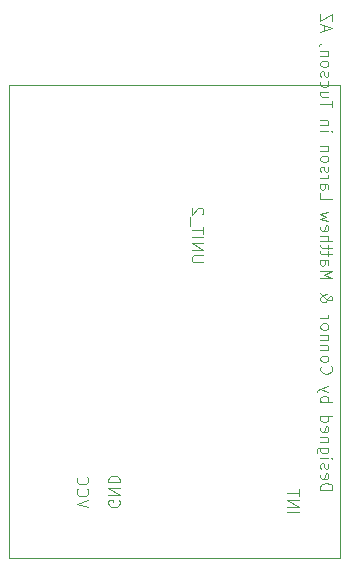
<source format=gbr>
%TF.GenerationSoftware,KiCad,Pcbnew,8.0.6*%
%TF.CreationDate,2025-02-26T18:57:19-07:00*%
%TF.ProjectId,Temperature Sensor,54656d70-6572-4617-9475-72652053656e,rev?*%
%TF.SameCoordinates,Original*%
%TF.FileFunction,Legend,Bot*%
%TF.FilePolarity,Positive*%
%FSLAX46Y46*%
G04 Gerber Fmt 4.6, Leading zero omitted, Abs format (unit mm)*
G04 Created by KiCad (PCBNEW 8.0.6) date 2025-02-26 18:57:19*
%MOMM*%
%LPD*%
G01*
G04 APERTURE LIST*
%ADD10C,0.100000*%
G04 APERTURE END LIST*
D10*
X156827580Y-116596115D02*
X157827580Y-116596115D01*
X157827580Y-116596115D02*
X157827580Y-116358020D01*
X157827580Y-116358020D02*
X157779961Y-116215163D01*
X157779961Y-116215163D02*
X157684723Y-116119925D01*
X157684723Y-116119925D02*
X157589485Y-116072306D01*
X157589485Y-116072306D02*
X157399009Y-116024687D01*
X157399009Y-116024687D02*
X157256152Y-116024687D01*
X157256152Y-116024687D02*
X157065676Y-116072306D01*
X157065676Y-116072306D02*
X156970438Y-116119925D01*
X156970438Y-116119925D02*
X156875200Y-116215163D01*
X156875200Y-116215163D02*
X156827580Y-116358020D01*
X156827580Y-116358020D02*
X156827580Y-116596115D01*
X156875200Y-115215163D02*
X156827580Y-115310401D01*
X156827580Y-115310401D02*
X156827580Y-115500877D01*
X156827580Y-115500877D02*
X156875200Y-115596115D01*
X156875200Y-115596115D02*
X156970438Y-115643734D01*
X156970438Y-115643734D02*
X157351390Y-115643734D01*
X157351390Y-115643734D02*
X157446628Y-115596115D01*
X157446628Y-115596115D02*
X157494247Y-115500877D01*
X157494247Y-115500877D02*
X157494247Y-115310401D01*
X157494247Y-115310401D02*
X157446628Y-115215163D01*
X157446628Y-115215163D02*
X157351390Y-115167544D01*
X157351390Y-115167544D02*
X157256152Y-115167544D01*
X157256152Y-115167544D02*
X157160914Y-115643734D01*
X156875200Y-114786591D02*
X156827580Y-114691353D01*
X156827580Y-114691353D02*
X156827580Y-114500877D01*
X156827580Y-114500877D02*
X156875200Y-114405639D01*
X156875200Y-114405639D02*
X156970438Y-114358020D01*
X156970438Y-114358020D02*
X157018057Y-114358020D01*
X157018057Y-114358020D02*
X157113295Y-114405639D01*
X157113295Y-114405639D02*
X157160914Y-114500877D01*
X157160914Y-114500877D02*
X157160914Y-114643734D01*
X157160914Y-114643734D02*
X157208533Y-114738972D01*
X157208533Y-114738972D02*
X157303771Y-114786591D01*
X157303771Y-114786591D02*
X157351390Y-114786591D01*
X157351390Y-114786591D02*
X157446628Y-114738972D01*
X157446628Y-114738972D02*
X157494247Y-114643734D01*
X157494247Y-114643734D02*
X157494247Y-114500877D01*
X157494247Y-114500877D02*
X157446628Y-114405639D01*
X156827580Y-113929448D02*
X157494247Y-113929448D01*
X157827580Y-113929448D02*
X157779961Y-113977067D01*
X157779961Y-113977067D02*
X157732342Y-113929448D01*
X157732342Y-113929448D02*
X157779961Y-113881829D01*
X157779961Y-113881829D02*
X157827580Y-113929448D01*
X157827580Y-113929448D02*
X157732342Y-113929448D01*
X157494247Y-113024687D02*
X156684723Y-113024687D01*
X156684723Y-113024687D02*
X156589485Y-113072306D01*
X156589485Y-113072306D02*
X156541866Y-113119925D01*
X156541866Y-113119925D02*
X156494247Y-113215163D01*
X156494247Y-113215163D02*
X156494247Y-113358020D01*
X156494247Y-113358020D02*
X156541866Y-113453258D01*
X156875200Y-113024687D02*
X156827580Y-113119925D01*
X156827580Y-113119925D02*
X156827580Y-113310401D01*
X156827580Y-113310401D02*
X156875200Y-113405639D01*
X156875200Y-113405639D02*
X156922819Y-113453258D01*
X156922819Y-113453258D02*
X157018057Y-113500877D01*
X157018057Y-113500877D02*
X157303771Y-113500877D01*
X157303771Y-113500877D02*
X157399009Y-113453258D01*
X157399009Y-113453258D02*
X157446628Y-113405639D01*
X157446628Y-113405639D02*
X157494247Y-113310401D01*
X157494247Y-113310401D02*
X157494247Y-113119925D01*
X157494247Y-113119925D02*
X157446628Y-113024687D01*
X157494247Y-112548496D02*
X156827580Y-112548496D01*
X157399009Y-112548496D02*
X157446628Y-112500877D01*
X157446628Y-112500877D02*
X157494247Y-112405639D01*
X157494247Y-112405639D02*
X157494247Y-112262782D01*
X157494247Y-112262782D02*
X157446628Y-112167544D01*
X157446628Y-112167544D02*
X157351390Y-112119925D01*
X157351390Y-112119925D02*
X156827580Y-112119925D01*
X156875200Y-111262782D02*
X156827580Y-111358020D01*
X156827580Y-111358020D02*
X156827580Y-111548496D01*
X156827580Y-111548496D02*
X156875200Y-111643734D01*
X156875200Y-111643734D02*
X156970438Y-111691353D01*
X156970438Y-111691353D02*
X157351390Y-111691353D01*
X157351390Y-111691353D02*
X157446628Y-111643734D01*
X157446628Y-111643734D02*
X157494247Y-111548496D01*
X157494247Y-111548496D02*
X157494247Y-111358020D01*
X157494247Y-111358020D02*
X157446628Y-111262782D01*
X157446628Y-111262782D02*
X157351390Y-111215163D01*
X157351390Y-111215163D02*
X157256152Y-111215163D01*
X157256152Y-111215163D02*
X157160914Y-111691353D01*
X156827580Y-110358020D02*
X157827580Y-110358020D01*
X156875200Y-110358020D02*
X156827580Y-110453258D01*
X156827580Y-110453258D02*
X156827580Y-110643734D01*
X156827580Y-110643734D02*
X156875200Y-110738972D01*
X156875200Y-110738972D02*
X156922819Y-110786591D01*
X156922819Y-110786591D02*
X157018057Y-110834210D01*
X157018057Y-110834210D02*
X157303771Y-110834210D01*
X157303771Y-110834210D02*
X157399009Y-110786591D01*
X157399009Y-110786591D02*
X157446628Y-110738972D01*
X157446628Y-110738972D02*
X157494247Y-110643734D01*
X157494247Y-110643734D02*
X157494247Y-110453258D01*
X157494247Y-110453258D02*
X157446628Y-110358020D01*
X156827580Y-109119924D02*
X157827580Y-109119924D01*
X157446628Y-109119924D02*
X157494247Y-109024686D01*
X157494247Y-109024686D02*
X157494247Y-108834210D01*
X157494247Y-108834210D02*
X157446628Y-108738972D01*
X157446628Y-108738972D02*
X157399009Y-108691353D01*
X157399009Y-108691353D02*
X157303771Y-108643734D01*
X157303771Y-108643734D02*
X157018057Y-108643734D01*
X157018057Y-108643734D02*
X156922819Y-108691353D01*
X156922819Y-108691353D02*
X156875200Y-108738972D01*
X156875200Y-108738972D02*
X156827580Y-108834210D01*
X156827580Y-108834210D02*
X156827580Y-109024686D01*
X156827580Y-109024686D02*
X156875200Y-109119924D01*
X157494247Y-108310400D02*
X156827580Y-108072305D01*
X157494247Y-107834210D02*
X156827580Y-108072305D01*
X156827580Y-108072305D02*
X156589485Y-108167543D01*
X156589485Y-108167543D02*
X156541866Y-108215162D01*
X156541866Y-108215162D02*
X156494247Y-108310400D01*
X156922819Y-106119924D02*
X156875200Y-106167543D01*
X156875200Y-106167543D02*
X156827580Y-106310400D01*
X156827580Y-106310400D02*
X156827580Y-106405638D01*
X156827580Y-106405638D02*
X156875200Y-106548495D01*
X156875200Y-106548495D02*
X156970438Y-106643733D01*
X156970438Y-106643733D02*
X157065676Y-106691352D01*
X157065676Y-106691352D02*
X157256152Y-106738971D01*
X157256152Y-106738971D02*
X157399009Y-106738971D01*
X157399009Y-106738971D02*
X157589485Y-106691352D01*
X157589485Y-106691352D02*
X157684723Y-106643733D01*
X157684723Y-106643733D02*
X157779961Y-106548495D01*
X157779961Y-106548495D02*
X157827580Y-106405638D01*
X157827580Y-106405638D02*
X157827580Y-106310400D01*
X157827580Y-106310400D02*
X157779961Y-106167543D01*
X157779961Y-106167543D02*
X157732342Y-106119924D01*
X156827580Y-105548495D02*
X156875200Y-105643733D01*
X156875200Y-105643733D02*
X156922819Y-105691352D01*
X156922819Y-105691352D02*
X157018057Y-105738971D01*
X157018057Y-105738971D02*
X157303771Y-105738971D01*
X157303771Y-105738971D02*
X157399009Y-105691352D01*
X157399009Y-105691352D02*
X157446628Y-105643733D01*
X157446628Y-105643733D02*
X157494247Y-105548495D01*
X157494247Y-105548495D02*
X157494247Y-105405638D01*
X157494247Y-105405638D02*
X157446628Y-105310400D01*
X157446628Y-105310400D02*
X157399009Y-105262781D01*
X157399009Y-105262781D02*
X157303771Y-105215162D01*
X157303771Y-105215162D02*
X157018057Y-105215162D01*
X157018057Y-105215162D02*
X156922819Y-105262781D01*
X156922819Y-105262781D02*
X156875200Y-105310400D01*
X156875200Y-105310400D02*
X156827580Y-105405638D01*
X156827580Y-105405638D02*
X156827580Y-105548495D01*
X157494247Y-104786590D02*
X156827580Y-104786590D01*
X157399009Y-104786590D02*
X157446628Y-104738971D01*
X157446628Y-104738971D02*
X157494247Y-104643733D01*
X157494247Y-104643733D02*
X157494247Y-104500876D01*
X157494247Y-104500876D02*
X157446628Y-104405638D01*
X157446628Y-104405638D02*
X157351390Y-104358019D01*
X157351390Y-104358019D02*
X156827580Y-104358019D01*
X157494247Y-103881828D02*
X156827580Y-103881828D01*
X157399009Y-103881828D02*
X157446628Y-103834209D01*
X157446628Y-103834209D02*
X157494247Y-103738971D01*
X157494247Y-103738971D02*
X157494247Y-103596114D01*
X157494247Y-103596114D02*
X157446628Y-103500876D01*
X157446628Y-103500876D02*
X157351390Y-103453257D01*
X157351390Y-103453257D02*
X156827580Y-103453257D01*
X156827580Y-102834209D02*
X156875200Y-102929447D01*
X156875200Y-102929447D02*
X156922819Y-102977066D01*
X156922819Y-102977066D02*
X157018057Y-103024685D01*
X157018057Y-103024685D02*
X157303771Y-103024685D01*
X157303771Y-103024685D02*
X157399009Y-102977066D01*
X157399009Y-102977066D02*
X157446628Y-102929447D01*
X157446628Y-102929447D02*
X157494247Y-102834209D01*
X157494247Y-102834209D02*
X157494247Y-102691352D01*
X157494247Y-102691352D02*
X157446628Y-102596114D01*
X157446628Y-102596114D02*
X157399009Y-102548495D01*
X157399009Y-102548495D02*
X157303771Y-102500876D01*
X157303771Y-102500876D02*
X157018057Y-102500876D01*
X157018057Y-102500876D02*
X156922819Y-102548495D01*
X156922819Y-102548495D02*
X156875200Y-102596114D01*
X156875200Y-102596114D02*
X156827580Y-102691352D01*
X156827580Y-102691352D02*
X156827580Y-102834209D01*
X156827580Y-102072304D02*
X157494247Y-102072304D01*
X157303771Y-102072304D02*
X157399009Y-102024685D01*
X157399009Y-102024685D02*
X157446628Y-101977066D01*
X157446628Y-101977066D02*
X157494247Y-101881828D01*
X157494247Y-101881828D02*
X157494247Y-101786590D01*
X156827580Y-99881827D02*
X156827580Y-99929447D01*
X156827580Y-99929447D02*
X156875200Y-100024685D01*
X156875200Y-100024685D02*
X157018057Y-100167542D01*
X157018057Y-100167542D02*
X157303771Y-100405637D01*
X157303771Y-100405637D02*
X157446628Y-100500875D01*
X157446628Y-100500875D02*
X157589485Y-100548494D01*
X157589485Y-100548494D02*
X157684723Y-100548494D01*
X157684723Y-100548494D02*
X157779961Y-100500875D01*
X157779961Y-100500875D02*
X157827580Y-100405637D01*
X157827580Y-100405637D02*
X157827580Y-100358018D01*
X157827580Y-100358018D02*
X157779961Y-100262780D01*
X157779961Y-100262780D02*
X157684723Y-100215161D01*
X157684723Y-100215161D02*
X157637104Y-100215161D01*
X157637104Y-100215161D02*
X157541866Y-100262780D01*
X157541866Y-100262780D02*
X157494247Y-100310399D01*
X157494247Y-100310399D02*
X157303771Y-100596113D01*
X157303771Y-100596113D02*
X157256152Y-100643732D01*
X157256152Y-100643732D02*
X157160914Y-100691351D01*
X157160914Y-100691351D02*
X157018057Y-100691351D01*
X157018057Y-100691351D02*
X156922819Y-100643732D01*
X156922819Y-100643732D02*
X156875200Y-100596113D01*
X156875200Y-100596113D02*
X156827580Y-100500875D01*
X156827580Y-100500875D02*
X156827580Y-100358018D01*
X156827580Y-100358018D02*
X156875200Y-100262780D01*
X156875200Y-100262780D02*
X156922819Y-100215161D01*
X156922819Y-100215161D02*
X157113295Y-100072304D01*
X157113295Y-100072304D02*
X157256152Y-100024685D01*
X157256152Y-100024685D02*
X157351390Y-100024685D01*
X156827580Y-98691351D02*
X157827580Y-98691351D01*
X157827580Y-98691351D02*
X157113295Y-98358018D01*
X157113295Y-98358018D02*
X157827580Y-98024685D01*
X157827580Y-98024685D02*
X156827580Y-98024685D01*
X156827580Y-97119923D02*
X157351390Y-97119923D01*
X157351390Y-97119923D02*
X157446628Y-97167542D01*
X157446628Y-97167542D02*
X157494247Y-97262780D01*
X157494247Y-97262780D02*
X157494247Y-97453256D01*
X157494247Y-97453256D02*
X157446628Y-97548494D01*
X156875200Y-97119923D02*
X156827580Y-97215161D01*
X156827580Y-97215161D02*
X156827580Y-97453256D01*
X156827580Y-97453256D02*
X156875200Y-97548494D01*
X156875200Y-97548494D02*
X156970438Y-97596113D01*
X156970438Y-97596113D02*
X157065676Y-97596113D01*
X157065676Y-97596113D02*
X157160914Y-97548494D01*
X157160914Y-97548494D02*
X157208533Y-97453256D01*
X157208533Y-97453256D02*
X157208533Y-97215161D01*
X157208533Y-97215161D02*
X157256152Y-97119923D01*
X157494247Y-96786589D02*
X157494247Y-96405637D01*
X157827580Y-96643732D02*
X156970438Y-96643732D01*
X156970438Y-96643732D02*
X156875200Y-96596113D01*
X156875200Y-96596113D02*
X156827580Y-96500875D01*
X156827580Y-96500875D02*
X156827580Y-96405637D01*
X157494247Y-96215160D02*
X157494247Y-95834208D01*
X157827580Y-96072303D02*
X156970438Y-96072303D01*
X156970438Y-96072303D02*
X156875200Y-96024684D01*
X156875200Y-96024684D02*
X156827580Y-95929446D01*
X156827580Y-95929446D02*
X156827580Y-95834208D01*
X156827580Y-95500874D02*
X157827580Y-95500874D01*
X156827580Y-95072303D02*
X157351390Y-95072303D01*
X157351390Y-95072303D02*
X157446628Y-95119922D01*
X157446628Y-95119922D02*
X157494247Y-95215160D01*
X157494247Y-95215160D02*
X157494247Y-95358017D01*
X157494247Y-95358017D02*
X157446628Y-95453255D01*
X157446628Y-95453255D02*
X157399009Y-95500874D01*
X156875200Y-94215160D02*
X156827580Y-94310398D01*
X156827580Y-94310398D02*
X156827580Y-94500874D01*
X156827580Y-94500874D02*
X156875200Y-94596112D01*
X156875200Y-94596112D02*
X156970438Y-94643731D01*
X156970438Y-94643731D02*
X157351390Y-94643731D01*
X157351390Y-94643731D02*
X157446628Y-94596112D01*
X157446628Y-94596112D02*
X157494247Y-94500874D01*
X157494247Y-94500874D02*
X157494247Y-94310398D01*
X157494247Y-94310398D02*
X157446628Y-94215160D01*
X157446628Y-94215160D02*
X157351390Y-94167541D01*
X157351390Y-94167541D02*
X157256152Y-94167541D01*
X157256152Y-94167541D02*
X157160914Y-94643731D01*
X157494247Y-93834207D02*
X156827580Y-93643731D01*
X156827580Y-93643731D02*
X157303771Y-93453255D01*
X157303771Y-93453255D02*
X156827580Y-93262779D01*
X156827580Y-93262779D02*
X157494247Y-93072303D01*
X156827580Y-91453255D02*
X156827580Y-91929445D01*
X156827580Y-91929445D02*
X157827580Y-91929445D01*
X156827580Y-90691350D02*
X157351390Y-90691350D01*
X157351390Y-90691350D02*
X157446628Y-90738969D01*
X157446628Y-90738969D02*
X157494247Y-90834207D01*
X157494247Y-90834207D02*
X157494247Y-91024683D01*
X157494247Y-91024683D02*
X157446628Y-91119921D01*
X156875200Y-90691350D02*
X156827580Y-90786588D01*
X156827580Y-90786588D02*
X156827580Y-91024683D01*
X156827580Y-91024683D02*
X156875200Y-91119921D01*
X156875200Y-91119921D02*
X156970438Y-91167540D01*
X156970438Y-91167540D02*
X157065676Y-91167540D01*
X157065676Y-91167540D02*
X157160914Y-91119921D01*
X157160914Y-91119921D02*
X157208533Y-91024683D01*
X157208533Y-91024683D02*
X157208533Y-90786588D01*
X157208533Y-90786588D02*
X157256152Y-90691350D01*
X156827580Y-90215159D02*
X157494247Y-90215159D01*
X157303771Y-90215159D02*
X157399009Y-90167540D01*
X157399009Y-90167540D02*
X157446628Y-90119921D01*
X157446628Y-90119921D02*
X157494247Y-90024683D01*
X157494247Y-90024683D02*
X157494247Y-89929445D01*
X156875200Y-89643730D02*
X156827580Y-89548492D01*
X156827580Y-89548492D02*
X156827580Y-89358016D01*
X156827580Y-89358016D02*
X156875200Y-89262778D01*
X156875200Y-89262778D02*
X156970438Y-89215159D01*
X156970438Y-89215159D02*
X157018057Y-89215159D01*
X157018057Y-89215159D02*
X157113295Y-89262778D01*
X157113295Y-89262778D02*
X157160914Y-89358016D01*
X157160914Y-89358016D02*
X157160914Y-89500873D01*
X157160914Y-89500873D02*
X157208533Y-89596111D01*
X157208533Y-89596111D02*
X157303771Y-89643730D01*
X157303771Y-89643730D02*
X157351390Y-89643730D01*
X157351390Y-89643730D02*
X157446628Y-89596111D01*
X157446628Y-89596111D02*
X157494247Y-89500873D01*
X157494247Y-89500873D02*
X157494247Y-89358016D01*
X157494247Y-89358016D02*
X157446628Y-89262778D01*
X156827580Y-88643730D02*
X156875200Y-88738968D01*
X156875200Y-88738968D02*
X156922819Y-88786587D01*
X156922819Y-88786587D02*
X157018057Y-88834206D01*
X157018057Y-88834206D02*
X157303771Y-88834206D01*
X157303771Y-88834206D02*
X157399009Y-88786587D01*
X157399009Y-88786587D02*
X157446628Y-88738968D01*
X157446628Y-88738968D02*
X157494247Y-88643730D01*
X157494247Y-88643730D02*
X157494247Y-88500873D01*
X157494247Y-88500873D02*
X157446628Y-88405635D01*
X157446628Y-88405635D02*
X157399009Y-88358016D01*
X157399009Y-88358016D02*
X157303771Y-88310397D01*
X157303771Y-88310397D02*
X157018057Y-88310397D01*
X157018057Y-88310397D02*
X156922819Y-88358016D01*
X156922819Y-88358016D02*
X156875200Y-88405635D01*
X156875200Y-88405635D02*
X156827580Y-88500873D01*
X156827580Y-88500873D02*
X156827580Y-88643730D01*
X157494247Y-87881825D02*
X156827580Y-87881825D01*
X157399009Y-87881825D02*
X157446628Y-87834206D01*
X157446628Y-87834206D02*
X157494247Y-87738968D01*
X157494247Y-87738968D02*
X157494247Y-87596111D01*
X157494247Y-87596111D02*
X157446628Y-87500873D01*
X157446628Y-87500873D02*
X157351390Y-87453254D01*
X157351390Y-87453254D02*
X156827580Y-87453254D01*
X156827580Y-86215158D02*
X157494247Y-86215158D01*
X157827580Y-86215158D02*
X157779961Y-86262777D01*
X157779961Y-86262777D02*
X157732342Y-86215158D01*
X157732342Y-86215158D02*
X157779961Y-86167539D01*
X157779961Y-86167539D02*
X157827580Y-86215158D01*
X157827580Y-86215158D02*
X157732342Y-86215158D01*
X157494247Y-85738968D02*
X156827580Y-85738968D01*
X157399009Y-85738968D02*
X157446628Y-85691349D01*
X157446628Y-85691349D02*
X157494247Y-85596111D01*
X157494247Y-85596111D02*
X157494247Y-85453254D01*
X157494247Y-85453254D02*
X157446628Y-85358016D01*
X157446628Y-85358016D02*
X157351390Y-85310397D01*
X157351390Y-85310397D02*
X156827580Y-85310397D01*
X157827580Y-84215158D02*
X157827580Y-83643730D01*
X156827580Y-83929444D02*
X157827580Y-83929444D01*
X157494247Y-82881825D02*
X156827580Y-82881825D01*
X157494247Y-83310396D02*
X156970438Y-83310396D01*
X156970438Y-83310396D02*
X156875200Y-83262777D01*
X156875200Y-83262777D02*
X156827580Y-83167539D01*
X156827580Y-83167539D02*
X156827580Y-83024682D01*
X156827580Y-83024682D02*
X156875200Y-82929444D01*
X156875200Y-82929444D02*
X156922819Y-82881825D01*
X156875200Y-81977063D02*
X156827580Y-82072301D01*
X156827580Y-82072301D02*
X156827580Y-82262777D01*
X156827580Y-82262777D02*
X156875200Y-82358015D01*
X156875200Y-82358015D02*
X156922819Y-82405634D01*
X156922819Y-82405634D02*
X157018057Y-82453253D01*
X157018057Y-82453253D02*
X157303771Y-82453253D01*
X157303771Y-82453253D02*
X157399009Y-82405634D01*
X157399009Y-82405634D02*
X157446628Y-82358015D01*
X157446628Y-82358015D02*
X157494247Y-82262777D01*
X157494247Y-82262777D02*
X157494247Y-82072301D01*
X157494247Y-82072301D02*
X157446628Y-81977063D01*
X156875200Y-81596110D02*
X156827580Y-81500872D01*
X156827580Y-81500872D02*
X156827580Y-81310396D01*
X156827580Y-81310396D02*
X156875200Y-81215158D01*
X156875200Y-81215158D02*
X156970438Y-81167539D01*
X156970438Y-81167539D02*
X157018057Y-81167539D01*
X157018057Y-81167539D02*
X157113295Y-81215158D01*
X157113295Y-81215158D02*
X157160914Y-81310396D01*
X157160914Y-81310396D02*
X157160914Y-81453253D01*
X157160914Y-81453253D02*
X157208533Y-81548491D01*
X157208533Y-81548491D02*
X157303771Y-81596110D01*
X157303771Y-81596110D02*
X157351390Y-81596110D01*
X157351390Y-81596110D02*
X157446628Y-81548491D01*
X157446628Y-81548491D02*
X157494247Y-81453253D01*
X157494247Y-81453253D02*
X157494247Y-81310396D01*
X157494247Y-81310396D02*
X157446628Y-81215158D01*
X156827580Y-80596110D02*
X156875200Y-80691348D01*
X156875200Y-80691348D02*
X156922819Y-80738967D01*
X156922819Y-80738967D02*
X157018057Y-80786586D01*
X157018057Y-80786586D02*
X157303771Y-80786586D01*
X157303771Y-80786586D02*
X157399009Y-80738967D01*
X157399009Y-80738967D02*
X157446628Y-80691348D01*
X157446628Y-80691348D02*
X157494247Y-80596110D01*
X157494247Y-80596110D02*
X157494247Y-80453253D01*
X157494247Y-80453253D02*
X157446628Y-80358015D01*
X157446628Y-80358015D02*
X157399009Y-80310396D01*
X157399009Y-80310396D02*
X157303771Y-80262777D01*
X157303771Y-80262777D02*
X157018057Y-80262777D01*
X157018057Y-80262777D02*
X156922819Y-80310396D01*
X156922819Y-80310396D02*
X156875200Y-80358015D01*
X156875200Y-80358015D02*
X156827580Y-80453253D01*
X156827580Y-80453253D02*
X156827580Y-80596110D01*
X157494247Y-79834205D02*
X156827580Y-79834205D01*
X157399009Y-79834205D02*
X157446628Y-79786586D01*
X157446628Y-79786586D02*
X157494247Y-79691348D01*
X157494247Y-79691348D02*
X157494247Y-79548491D01*
X157494247Y-79548491D02*
X157446628Y-79453253D01*
X157446628Y-79453253D02*
X157351390Y-79405634D01*
X157351390Y-79405634D02*
X156827580Y-79405634D01*
X156875200Y-78881824D02*
X156827580Y-78881824D01*
X156827580Y-78881824D02*
X156732342Y-78929443D01*
X156732342Y-78929443D02*
X156684723Y-78977062D01*
X157113295Y-77738967D02*
X157113295Y-77262777D01*
X156827580Y-77834205D02*
X157827580Y-77500872D01*
X157827580Y-77500872D02*
X156827580Y-77167539D01*
X157827580Y-76929443D02*
X157827580Y-76262777D01*
X157827580Y-76262777D02*
X156827580Y-76929443D01*
X156827580Y-76929443D02*
X156827580Y-76262777D01*
X146912580Y-97315713D02*
X146103057Y-97315713D01*
X146103057Y-97315713D02*
X146007819Y-97268094D01*
X146007819Y-97268094D02*
X145960200Y-97220475D01*
X145960200Y-97220475D02*
X145912580Y-97125237D01*
X145912580Y-97125237D02*
X145912580Y-96934761D01*
X145912580Y-96934761D02*
X145960200Y-96839523D01*
X145960200Y-96839523D02*
X146007819Y-96791904D01*
X146007819Y-96791904D02*
X146103057Y-96744285D01*
X146103057Y-96744285D02*
X146912580Y-96744285D01*
X145912580Y-96268094D02*
X146912580Y-96268094D01*
X146912580Y-96268094D02*
X145912580Y-95696666D01*
X145912580Y-95696666D02*
X146912580Y-95696666D01*
X145912580Y-95220475D02*
X146912580Y-95220475D01*
X146912580Y-94887142D02*
X146912580Y-94315714D01*
X145912580Y-94601428D02*
X146912580Y-94601428D01*
X145817342Y-94220476D02*
X145817342Y-93458571D01*
X146817342Y-93268094D02*
X146864961Y-93220475D01*
X146864961Y-93220475D02*
X146912580Y-93125237D01*
X146912580Y-93125237D02*
X146912580Y-92887142D01*
X146912580Y-92887142D02*
X146864961Y-92791904D01*
X146864961Y-92791904D02*
X146817342Y-92744285D01*
X146817342Y-92744285D02*
X146722104Y-92696666D01*
X146722104Y-92696666D02*
X146626866Y-92696666D01*
X146626866Y-92696666D02*
X146484009Y-92744285D01*
X146484009Y-92744285D02*
X145912580Y-93315713D01*
X145912580Y-93315713D02*
X145912580Y-92696666D01*
X154027580Y-118506115D02*
X155027580Y-118506115D01*
X154027580Y-118029925D02*
X155027580Y-118029925D01*
X155027580Y-118029925D02*
X154027580Y-117458497D01*
X154027580Y-117458497D02*
X155027580Y-117458497D01*
X155027580Y-117125163D02*
X155027580Y-116553735D01*
X154027580Y-116839449D02*
X155027580Y-116839449D01*
X139799961Y-117482306D02*
X139847580Y-117577544D01*
X139847580Y-117577544D02*
X139847580Y-117720401D01*
X139847580Y-117720401D02*
X139799961Y-117863258D01*
X139799961Y-117863258D02*
X139704723Y-117958496D01*
X139704723Y-117958496D02*
X139609485Y-118006115D01*
X139609485Y-118006115D02*
X139419009Y-118053734D01*
X139419009Y-118053734D02*
X139276152Y-118053734D01*
X139276152Y-118053734D02*
X139085676Y-118006115D01*
X139085676Y-118006115D02*
X138990438Y-117958496D01*
X138990438Y-117958496D02*
X138895200Y-117863258D01*
X138895200Y-117863258D02*
X138847580Y-117720401D01*
X138847580Y-117720401D02*
X138847580Y-117625163D01*
X138847580Y-117625163D02*
X138895200Y-117482306D01*
X138895200Y-117482306D02*
X138942819Y-117434687D01*
X138942819Y-117434687D02*
X139276152Y-117434687D01*
X139276152Y-117434687D02*
X139276152Y-117625163D01*
X138847580Y-117006115D02*
X139847580Y-117006115D01*
X139847580Y-117006115D02*
X138847580Y-116434687D01*
X138847580Y-116434687D02*
X139847580Y-116434687D01*
X138847580Y-115958496D02*
X139847580Y-115958496D01*
X139847580Y-115958496D02*
X139847580Y-115720401D01*
X139847580Y-115720401D02*
X139799961Y-115577544D01*
X139799961Y-115577544D02*
X139704723Y-115482306D01*
X139704723Y-115482306D02*
X139609485Y-115434687D01*
X139609485Y-115434687D02*
X139419009Y-115387068D01*
X139419009Y-115387068D02*
X139276152Y-115387068D01*
X139276152Y-115387068D02*
X139085676Y-115434687D01*
X139085676Y-115434687D02*
X138990438Y-115482306D01*
X138990438Y-115482306D02*
X138895200Y-115577544D01*
X138895200Y-115577544D02*
X138847580Y-115720401D01*
X138847580Y-115720401D02*
X138847580Y-115958496D01*
X137177580Y-118078972D02*
X136177580Y-117745639D01*
X136177580Y-117745639D02*
X137177580Y-117412306D01*
X136272819Y-116507544D02*
X136225200Y-116555163D01*
X136225200Y-116555163D02*
X136177580Y-116698020D01*
X136177580Y-116698020D02*
X136177580Y-116793258D01*
X136177580Y-116793258D02*
X136225200Y-116936115D01*
X136225200Y-116936115D02*
X136320438Y-117031353D01*
X136320438Y-117031353D02*
X136415676Y-117078972D01*
X136415676Y-117078972D02*
X136606152Y-117126591D01*
X136606152Y-117126591D02*
X136749009Y-117126591D01*
X136749009Y-117126591D02*
X136939485Y-117078972D01*
X136939485Y-117078972D02*
X137034723Y-117031353D01*
X137034723Y-117031353D02*
X137129961Y-116936115D01*
X137129961Y-116936115D02*
X137177580Y-116793258D01*
X137177580Y-116793258D02*
X137177580Y-116698020D01*
X137177580Y-116698020D02*
X137129961Y-116555163D01*
X137129961Y-116555163D02*
X137082342Y-116507544D01*
X136272819Y-115507544D02*
X136225200Y-115555163D01*
X136225200Y-115555163D02*
X136177580Y-115698020D01*
X136177580Y-115698020D02*
X136177580Y-115793258D01*
X136177580Y-115793258D02*
X136225200Y-115936115D01*
X136225200Y-115936115D02*
X136320438Y-116031353D01*
X136320438Y-116031353D02*
X136415676Y-116078972D01*
X136415676Y-116078972D02*
X136606152Y-116126591D01*
X136606152Y-116126591D02*
X136749009Y-116126591D01*
X136749009Y-116126591D02*
X136939485Y-116078972D01*
X136939485Y-116078972D02*
X137034723Y-116031353D01*
X137034723Y-116031353D02*
X137129961Y-115936115D01*
X137129961Y-115936115D02*
X137177580Y-115793258D01*
X137177580Y-115793258D02*
X137177580Y-115698020D01*
X137177580Y-115698020D02*
X137129961Y-115555163D01*
X137129961Y-115555163D02*
X137082342Y-115507544D01*
%TO.C,UNIT_2*%
X158450000Y-122340000D02*
X130450000Y-122340000D01*
X130450000Y-82340000D01*
X158450000Y-82340000D01*
X158450000Y-122340000D01*
%TD*%
M02*

</source>
